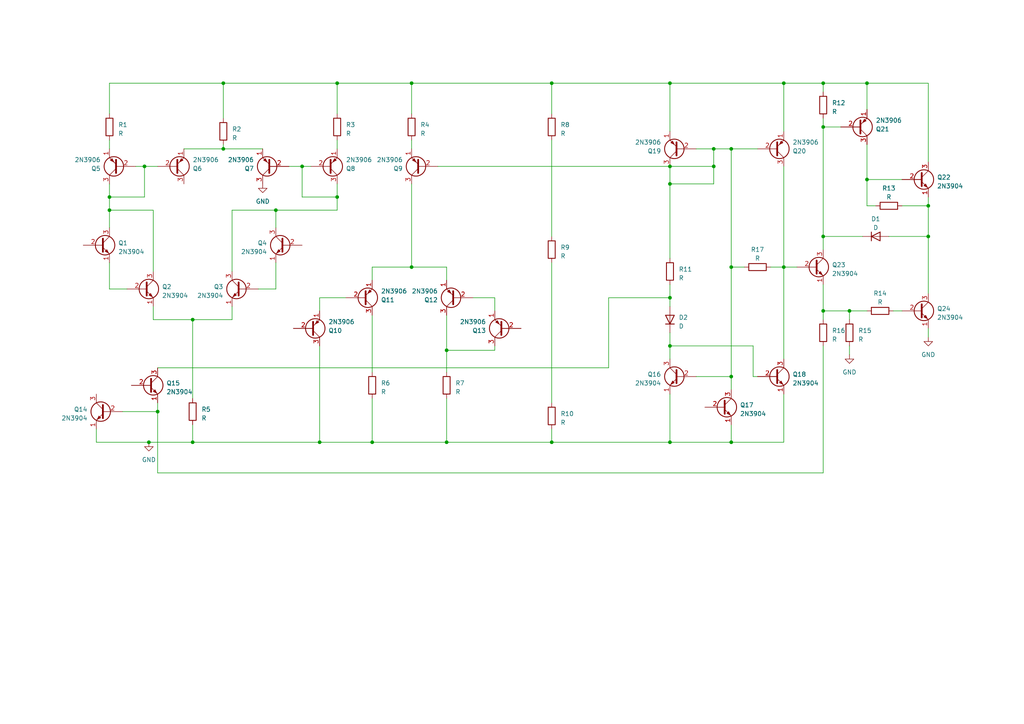
<source format=kicad_sch>
(kicad_sch (version 20230121) (generator eeschema)
  (paper "A4")
  (title_block (title "555 TIMER"))
  (lib_symbols
    (symbol "Device:D" (pin_numbers hide) (pin_names (offset 1.016) hide)
      (property "Reference" "D" (at 0 2.54 0))
      (property "Value" "D" (at 0 -2.54 0))
      (symbol "D_0_1"
        (polyline (pts (xy -1.27 1.27) (xy -1.27 -1.27)) (stroke (width 0.254)))
        (polyline (pts (xy 1.27 0) (xy -1.27 0)))
        (polyline (pts (xy 1.27 1.27) (xy 1.27 -1.27) (xy -1.27 0) (xy 1.27 1.27)) (stroke (width 0.254)))
      )
      (symbol "D_1_1"
        (pin passive line (at -3.81 0 0) (length 2.54) (name "K") (number "1"))
        (pin passive line (at 3.81 0 180) (length 2.54) (name "A") (number "2"))
      )
    )
    (symbol "Device:R" (pin_numbers hide) (pin_names (offset 0))
      (property "Reference" "R" (at 2.032 0 90))
      (property "Value" "R" (at 0 0 90))
      (symbol "R_0_1"
        (rectangle (start -1.016 -2.54) (end 1.016 2.54) (stroke (width 0.254)))
      )
      (symbol "R_1_1"
        (pin passive line (at 0 3.81 270) (length 1.27) (name "~") (number "1"))
        (pin passive line (at 0 -3.81 90) (length 1.27) (name "~") (number "2"))
      )
    )
    (symbol "Transistor_BJT:2N3904" (pin_names (offset 0) hide)
      (property "Reference" "Q" (at 5.08 1.905 0))
      (property "Value" "2N3904" (at 5.08 0 0))
      (symbol "2N3904_0_1"
        (polyline (pts (xy 0.635 0.635) (xy 2.54 2.54)))
        (polyline (pts (xy 0.635 -0.635) (xy 2.54 -2.54) (xy 2.54 -2.54)))
        (polyline (pts (xy 0.635 1.905) (xy 0.635 -1.905) (xy 0.635 -1.905)) (stroke (width 0.508)))
        (polyline (pts (xy 1.27 -1.778) (xy 1.778 -1.27) (xy 2.286 -2.286) (xy 1.27 -1.778) (xy 1.27 -1.778)) (fill (type outline)))
        (circle (center 1.27 0) (radius 2.8194) (stroke (width 0.254)))
      )
      (symbol "2N3904_1_1"
        (pin passive line (at 2.54 -5.08 90) (length 2.54) (name "E") (number "1"))
        (pin passive line (at -5.08 0 0) (length 5.715) (name "B") (number "2"))
        (pin passive line (at 2.54 5.08 270) (length 2.54) (name "C") (number "3"))
      )
    )
    (symbol "Transistor_BJT:2N3906" (pin_names (offset 0) hide)
      (property "Reference" "Q" (at 5.08 1.905 0))
      (property "Value" "2N3906" (at 5.08 0 0))
      (symbol "2N3906_0_1"
        (polyline (pts (xy 0.635 0.635) (xy 2.54 2.54)))
        (polyline (pts (xy 0.635 -0.635) (xy 2.54 -2.54) (xy 2.54 -2.54)))
        (polyline (pts (xy 0.635 1.905) (xy 0.635 -1.905) (xy 0.635 -1.905)) (stroke (width 0.508)))
        (polyline (pts (xy 2.286 -1.778) (xy 1.778 -2.286) (xy 1.27 -1.27) (xy 2.286 -1.778) (xy 2.286 -1.778)) (fill (type outline)))
        (circle (center 1.27 0) (radius 2.8194) (stroke (width 0.254)))
      )
      (symbol "2N3906_1_1"
        (pin passive line (at 2.54 -5.08 90) (length 2.54) (name "E") (number "1"))
        (pin input line (at -5.08 0 0) (length 5.715) (name "B") (number "2"))
        (pin passive line (at 2.54 5.08 270) (length 2.54) (name "C") (number "3"))
      )
    )
    (symbol "power:GND" (power) (pin_names (offset 0))
      (property "Value" "GND" (at 0 -3.81 0))
      (symbol "GND_0_1"
        (polyline (pts (xy 0 0) (xy 0 -1.27) (xy 1.27 -1.27) (xy 0 -2.54) (xy -1.27 -1.27) (xy 0 -1.27)))
      )
      (symbol "GND_1_1"
        (pin power_in line (at 0 0 270) (length 0) hide (name "GND") (number "1"))
      )
    )
  )
  (junction (at 160.02 128.27))
  (junction (at 212.09 128.27))
  (junction (at 92.71 128.27))
  (junction (at 119.38 77.47))
  (junction (at 43.18 128.27))
  (junction (at 269.24 68.58))
  (junction (at 87.63 48.26))
  (junction (at 41.91 48.26))
  (junction (at 212.09 43.18))
  (junction (at 119.38 24.13))
  (junction (at 207.01 48.26))
  (junction (at 107.95 128.27))
  (junction (at 269.24 59.69))
  (junction (at 238.76 36.83))
  (junction (at 238.76 90.17))
  (junction (at 194.31 53.34))
  (junction (at 246.38 90.17))
  (junction (at 227.33 77.47))
  (junction (at 212.09 77.47))
  (junction (at 64.77 24.13))
  (junction (at 194.31 48.26))
  (junction (at 80.01 60.96))
  (junction (at 194.31 100.33))
  (junction (at 31.75 60.96))
  (junction (at 31.75 57.15))
  (junction (at 55.88 92.71))
  (junction (at 45.72 119.38))
  (junction (at 97.79 24.13))
  (junction (at 194.31 24.13))
  (junction (at 129.54 101.6))
  (junction (at 251.46 24.13))
  (junction (at 97.79 57.15))
  (junction (at 194.31 86.36))
  (junction (at 194.31 128.27))
  (junction (at 64.77 43.18))
  (junction (at 129.54 128.27))
  (junction (at 238.76 68.58))
  (junction (at 160.02 24.13))
  (junction (at 227.33 24.13))
  (junction (at 251.46 52.07))
  (junction (at 55.88 128.27))
  (junction (at 238.76 24.13))
  (junction (at 212.09 109.22))
  (junction (at 207.01 43.18))
  (wire (pts (xy 92.71 86.36) (xy 100.33 86.36)))
  (wire (pts (xy 176.53 86.36) (xy 194.31 86.36)))
  (wire (pts (xy 129.54 77.47) (xy 129.54 81.28)))
  (wire (pts (xy 107.95 115.57) (xy 107.95 128.27)))
  (wire (pts (xy 74.93 83.82) (xy 80.01 83.82)))
  (wire (pts (xy 31.75 24.13) (xy 64.77 24.13)))
  (wire (pts (xy 269.24 46.99) (xy 269.24 24.13)))
  (wire (pts (xy 194.31 48.26) (xy 207.01 48.26)))
  (wire (pts (xy 194.31 96.52) (xy 194.31 100.33)))
  (wire (pts (xy 31.75 83.82) (xy 36.83 83.82)))
  (wire (pts (xy 87.63 48.26) (xy 90.17 48.26)))
  (wire (pts (xy 238.76 82.55) (xy 238.76 90.17)))
  (wire (pts (xy 212.09 77.47) (xy 212.09 109.22)))
  (wire (pts (xy 53.34 43.18) (xy 64.77 43.18)))
  (wire (pts (xy 143.51 101.6) (xy 129.54 101.6)))
  (wire (pts (xy 97.79 33.02) (xy 97.79 24.13)))
  (wire (pts (xy 87.63 57.15) (xy 97.79 57.15)))
  (wire (pts (xy 27.94 128.27) (xy 43.18 128.27)))
  (wire (pts (xy 194.31 114.3) (xy 194.31 128.27)))
  (wire (pts (xy 227.33 128.27) (xy 212.09 128.27)))
  (wire (pts (xy 246.38 92.71) (xy 246.38 90.17)))
  (wire (pts (xy 238.76 68.58) (xy 238.76 72.39)))
  (wire (pts (xy 64.77 41.91) (xy 64.77 43.18)))
  (wire (pts (xy 212.09 43.18) (xy 219.71 43.18)))
  (wire (pts (xy 45.72 137.16) (xy 45.72 119.38)))
  (wire (pts (xy 119.38 40.64) (xy 119.38 43.18)))
  (wire (pts (xy 160.02 40.64) (xy 160.02 68.58)))
  (wire (pts (xy 55.88 128.27) (xy 92.71 128.27)))
  (wire (pts (xy 80.01 83.82) (xy 80.01 76.2)))
  (wire (pts (xy 254 59.69) (xy 251.46 59.69)))
  (wire (pts (xy 129.54 128.27) (xy 160.02 128.27)))
  (wire (pts (xy 31.75 76.2) (xy 31.75 83.82)))
  (wire (pts (xy 194.31 38.1) (xy 194.31 24.13)))
  (wire (pts (xy 31.75 57.15) (xy 31.75 60.96)))
  (wire (pts (xy 67.31 88.9) (xy 67.31 92.71)))
  (wire (pts (xy 238.76 100.33) (xy 238.76 137.16)))
  (wire (pts (xy 44.45 88.9) (xy 44.45 92.71)))
  (wire (pts (xy 231.14 77.47) (xy 227.33 77.47)))
  (wire (pts (xy 194.31 53.34) (xy 207.01 53.34)))
  (wire (pts (xy 238.76 137.16) (xy 45.72 137.16)))
  (wire (pts (xy 160.02 76.2) (xy 160.02 116.84)))
  (wire (pts (xy 31.75 33.02) (xy 31.75 24.13)))
  (wire (pts (xy 194.31 100.33) (xy 194.31 104.14)))
  (wire (pts (xy 227.33 48.26) (xy 227.33 77.47)))
  (wire (pts (xy 243.84 36.83) (xy 238.76 36.83)))
  (wire (pts (xy 127 48.26) (xy 194.31 48.26)))
  (wire (pts (xy 227.33 38.1) (xy 227.33 24.13)))
  (wire (pts (xy 55.88 123.19) (xy 55.88 128.27)))
  (wire (pts (xy 194.31 24.13) (xy 227.33 24.13)))
  (wire (pts (xy 269.24 57.15) (xy 269.24 59.69)))
  (wire (pts (xy 44.45 60.96) (xy 44.45 78.74)))
  (wire (pts (xy 87.63 57.15) (xy 87.63 48.26)))
  (wire (pts (xy 207.01 43.18) (xy 212.09 43.18)))
  (wire (pts (xy 64.77 34.29) (xy 64.77 24.13)))
  (wire (pts (xy 41.91 57.15) (xy 31.75 57.15)))
  (wire (pts (xy 261.62 59.69) (xy 269.24 59.69)))
  (wire (pts (xy 92.71 100.33) (xy 92.71 128.27)))
  (wire (pts (xy 212.09 43.18) (xy 212.09 77.47)))
  (wire (pts (xy 269.24 24.13) (xy 251.46 24.13)))
  (wire (pts (xy 238.76 36.83) (xy 238.76 68.58)))
  (wire (pts (xy 251.46 52.07) (xy 251.46 41.91)))
  (wire (pts (xy 129.54 115.57) (xy 129.54 128.27)))
  (wire (pts (xy 31.75 60.96) (xy 31.75 66.04)))
  (wire (pts (xy 107.95 77.47) (xy 119.38 77.47)))
  (wire (pts (xy 143.51 86.36) (xy 143.51 90.17)))
  (wire (pts (xy 129.54 101.6) (xy 129.54 107.95)))
  (wire (pts (xy 269.24 95.25) (xy 269.24 97.79)))
  (wire (pts (xy 67.31 60.96) (xy 80.01 60.96)))
  (wire (pts (xy 218.44 100.33) (xy 194.31 100.33)))
  (wire (pts (xy 80.01 60.96) (xy 80.01 66.04)))
  (wire (pts (xy 259.08 90.17) (xy 261.62 90.17)))
  (wire (pts (xy 64.77 43.18) (xy 76.2 43.18)))
  (wire (pts (xy 238.76 90.17) (xy 246.38 90.17)))
  (wire (pts (xy 251.46 59.69) (xy 251.46 52.07)))
  (wire (pts (xy 45.72 119.38) (xy 35.56 119.38)))
  (wire (pts (xy 55.88 92.71) (xy 67.31 92.71)))
  (wire (pts (xy 97.79 57.15) (xy 97.79 60.96)))
  (wire (pts (xy 194.31 48.26) (xy 194.31 53.34)))
  (wire (pts (xy 223.52 77.47) (xy 227.33 77.47)))
  (wire (pts (xy 227.33 114.3) (xy 227.33 128.27)))
  (wire (pts (xy 160.02 128.27) (xy 194.31 128.27)))
  (wire (pts (xy 227.33 24.13) (xy 238.76 24.13)))
  (wire (pts (xy 207.01 48.26) (xy 207.01 43.18)))
  (wire (pts (xy 119.38 33.02) (xy 119.38 24.13)))
  (wire (pts (xy 160.02 24.13) (xy 160.02 33.02)))
  (wire (pts (xy 97.79 53.34) (xy 97.79 57.15)))
  (wire (pts (xy 238.76 90.17) (xy 238.76 92.71)))
  (wire (pts (xy 215.9 77.47) (xy 212.09 77.47)))
  (wire (pts (xy 92.71 90.17) (xy 92.71 86.36)))
  (wire (pts (xy 238.76 34.29) (xy 238.76 36.83)))
  (wire (pts (xy 67.31 78.74) (xy 67.31 60.96)))
  (wire (pts (xy 269.24 59.69) (xy 269.24 68.58)))
  (wire (pts (xy 44.45 92.71) (xy 55.88 92.71)))
  (wire (pts (xy 45.72 106.68) (xy 176.53 106.68)))
  (wire (pts (xy 194.31 53.34) (xy 194.31 74.93)))
  (wire (pts (xy 119.38 53.34) (xy 119.38 77.47)))
  (wire (pts (xy 269.24 68.58) (xy 269.24 85.09)))
  (wire (pts (xy 246.38 100.33) (xy 246.38 102.87)))
  (wire (pts (xy 107.95 81.28) (xy 107.95 77.47)))
  (wire (pts (xy 261.62 52.07) (xy 251.46 52.07)))
  (wire (pts (xy 64.77 24.13) (xy 97.79 24.13)))
  (wire (pts (xy 194.31 82.55) (xy 194.31 86.36)))
  (wire (pts (xy 44.45 60.96) (xy 31.75 60.96)))
  (wire (pts (xy 97.79 24.13) (xy 119.38 24.13)))
  (wire (pts (xy 83.82 48.26) (xy 87.63 48.26)))
  (wire (pts (xy 39.37 48.26) (xy 41.91 48.26)))
  (wire (pts (xy 212.09 123.19) (xy 212.09 128.27)))
  (wire (pts (xy 194.31 86.36) (xy 194.31 88.9)))
  (wire (pts (xy 160.02 24.13) (xy 194.31 24.13)))
  (wire (pts (xy 45.72 116.84) (xy 45.72 119.38)))
  (wire (pts (xy 119.38 24.13) (xy 160.02 24.13)))
  (wire (pts (xy 137.16 86.36) (xy 143.51 86.36)))
  (wire (pts (xy 238.76 24.13) (xy 238.76 26.67)))
  (wire (pts (xy 43.18 128.27) (xy 55.88 128.27)))
  (wire (pts (xy 201.93 109.22) (xy 212.09 109.22)))
  (wire (pts (xy 31.75 40.64) (xy 31.75 43.18)))
  (wire (pts (xy 107.95 91.44) (xy 107.95 107.95)))
  (wire (pts (xy 107.95 128.27) (xy 129.54 128.27)))
  (wire (pts (xy 143.51 101.6) (xy 143.51 100.33)))
  (wire (pts (xy 201.93 43.18) (xy 207.01 43.18)))
  (wire (pts (xy 41.91 48.26) (xy 41.91 57.15)))
  (wire (pts (xy 55.88 92.71) (xy 55.88 115.57)))
  (wire (pts (xy 207.01 53.34) (xy 207.01 48.26)))
  (wire (pts (xy 227.33 77.47) (xy 227.33 104.14)))
  (wire (pts (xy 97.79 60.96) (xy 80.01 60.96)))
  (wire (pts (xy 194.31 128.27) (xy 212.09 128.27)))
  (wire (pts (xy 41.91 48.26) (xy 45.72 48.26)))
  (wire (pts (xy 238.76 68.58) (xy 250.19 68.58)))
  (wire (pts (xy 31.75 53.34) (xy 31.75 57.15)))
  (wire (pts (xy 212.09 113.03) (xy 212.09 109.22)))
  (wire (pts (xy 160.02 124.46) (xy 160.02 128.27)))
  (wire (pts (xy 92.71 128.27) (xy 107.95 128.27)))
  (wire (pts (xy 257.81 68.58) (xy 269.24 68.58)))
  (wire (pts (xy 27.94 124.46) (xy 27.94 128.27)))
  (wire (pts (xy 251.46 24.13) (xy 238.76 24.13)))
  (wire (pts (xy 219.71 109.22) (xy 218.44 109.22)))
  (wire (pts (xy 119.38 77.47) (xy 129.54 77.47)))
  (wire (pts (xy 176.53 106.68) (xy 176.53 86.36)))
  (wire (pts (xy 218.44 109.22) (xy 218.44 100.33)))
  (wire (pts (xy 251.46 24.13) (xy 251.46 31.75)))
  (wire (pts (xy 129.54 91.44) (xy 129.54 101.6)))
  (wire (pts (xy 246.38 90.17) (xy 251.46 90.17)))
  (wire (pts (xy 97.79 40.64) (xy 97.79 43.18)))
  (symbol (lib_id "Device:R") (at 255.27 90.17 90) (unit 1)
    (property "Reference" "R14" (at 255.27 85.09 90))
    (property "Value" "R" (at 255.27 87.63 90))
  )
  (symbol (lib_id "Transistor_BJT:2N3904") (at 209.55 118.11 0) (unit 1)
    (property "Reference" "Q17" (at 214.63 117.475 0) (effects (justify left)))
    (property "Value" "2N3904" (at 214.63 120.015 0) (effects (justify left)))
    (property "Footprint" "Package_TO_SOT_THT:TO-92_Inline" (effects hide))
    (property "Datasheet" "https://www.onsemi.com/pub/Collateral/2N3903-D.PDF" (effects hide))
  )
  (symbol (lib_id "Transistor_BJT:2N3906") (at 132.08 86.36 180) (unit 1)
    (property "Reference" "Q12" (at 127 86.995 0) (effects (justify left)))
    (property "Value" "2N3906" (at 127 84.455 0) (effects (justify left)))
    (property "Footprint" "Package_TO_SOT_THT:TO-92_Inline" (effects hide))
    (property "Datasheet" "https://www.onsemi.com/pub/Collateral/2N3906-D.PDF" (effects hide))
  )
  (symbol (lib_id "Device:R") (at 129.54 111.76 0) (unit 1)
    (property "Reference" "R7" (at 132.08 111.125 0) (effects (justify left)))
    (property "Value" "R" (at 132.08 113.665 0) (effects (justify left)))
  )
  (symbol (lib_id "Transistor_BJT:2N3904") (at 236.22 77.47 0) (unit 1)
    (property "Reference" "Q23" (at 241.3 76.835 0) (effects (justify left)))
    (property "Value" "2N3904" (at 241.3 79.375 0) (effects (justify left)))
    (property "Footprint" "Package_TO_SOT_THT:TO-92_Inline" (effects hide))
    (property "Datasheet" "https://www.onsemi.com/pub/Collateral/2N3903-D.PDF" (effects hide))
  )
  (symbol (lib_id "Device:R") (at 31.75 36.83 0) (unit 1)
    (property "Reference" "R1" (at 34.29 36.195 0) (effects (justify left)))
    (property "Value" "R" (at 34.29 38.735 0) (effects (justify left)))
  )
  (symbol (lib_id "Transistor_BJT:2N3904") (at 224.79 109.22 0) (unit 1)
    (property "Reference" "Q18" (at 229.87 108.585 0) (effects (justify left)))
    (property "Value" "2N3904" (at 229.87 111.125 0) (effects (justify left)))
    (property "Footprint" "Package_TO_SOT_THT:TO-92_Inline" (effects hide))
    (property "Datasheet" "https://www.onsemi.com/pub/Collateral/2N3903-D.PDF" (effects hide))
  )
  (symbol (lib_id "power:GND") (at 76.2 53.34 0) (unit 1)
    (property "Reference" "#PWR02" (effects hide))
    (property "Value" "GND" (at 76.2 58.42 0))
  )
  (symbol (lib_id "Device:R") (at 107.95 111.76 0) (unit 1)
    (property "Reference" "R6" (at 110.49 111.125 0) (effects (justify left)))
    (property "Value" "R" (at 110.49 113.665 0) (effects (justify left)))
  )
  (symbol (lib_id "Transistor_BJT:2N3904") (at 43.18 111.76 0) (unit 1)
    (property "Reference" "Q15" (at 48.26 111.125 0) (effects (justify left)))
    (property "Value" "2N3904" (at 48.26 113.665 0) (effects (justify left)))
    (property "Footprint" "Package_TO_SOT_THT:TO-92_Inline" (effects hide))
    (property "Datasheet" "https://www.onsemi.com/pub/Collateral/2N3903-D.PDF" (effects hide))
  )
  (symbol (lib_id "Device:R") (at 246.38 96.52 0) (unit 1)
    (property "Reference" "R15" (at 248.92 95.885 0) (effects (justify left)))
    (property "Value" "R" (at 248.92 98.425 0) (effects (justify left)))
  )
  (symbol (lib_id "Transistor_BJT:2N3904") (at 82.55 71.12 0) (mirror y) (unit 1)
    (property "Reference" "Q4" (at 77.47 70.485 0) (effects (justify left)))
    (property "Value" "2N3904" (at 77.47 73.025 0) (effects (justify left)))
    (property "Footprint" "Package_TO_SOT_THT:TO-92_Inline" (effects hide))
    (property "Datasheet" "https://www.onsemi.com/pub/Collateral/2N3903-D.PDF" (effects hide))
  )
  (symbol (lib_id "Device:R") (at 97.79 36.83 0) (unit 1)
    (property "Reference" "R3" (at 100.33 36.195 0) (effects (justify left)))
    (property "Value" "R" (at 100.33 38.735 0) (effects (justify left)))
  )
  (symbol (lib_id "Transistor_BJT:2N3906") (at 196.85 43.18 180) (unit 1)
    (property "Reference" "Q19" (at 191.77 43.815 0) (effects (justify left)))
    (property "Value" "2N3906" (at 191.77 41.275 0) (effects (justify left)))
    (property "Footprint" "Package_TO_SOT_THT:TO-92_Inline" (effects hide))
    (property "Datasheet" "https://www.onsemi.com/pub/Collateral/2N3906-D.PDF" (effects hide))
  )
  (symbol (lib_id "Transistor_BJT:2N3904") (at 196.85 109.22 0) (mirror y) (unit 1)
    (property "Reference" "Q16" (at 191.77 108.585 0) (effects (justify left)))
    (property "Value" "2N3904" (at 191.77 111.125 0) (effects (justify left)))
    (property "Footprint" "Package_TO_SOT_THT:TO-92_Inline" (effects hide))
    (property "Datasheet" "https://www.onsemi.com/pub/Collateral/2N3903-D.PDF" (effects hide))
  )
  (symbol (lib_id "Device:R") (at 160.02 36.83 0) (unit 1)
    (property "Reference" "R8" (at 162.56 36.195 0) (effects (justify left)))
    (property "Value" "R" (at 162.56 38.735 0) (effects (justify left)))
  )
  (symbol (lib_id "Device:R") (at 238.76 96.52 0) (unit 1)
    (property "Reference" "R16" (at 241.3 95.885 0) (effects (justify left)))
    (property "Value" "R" (at 241.3 98.425 0) (effects (justify left)))
  )
  (symbol (lib_id "power:GND") (at 246.38 102.87 0) (unit 1)
    (property "Reference" "#PWR04" (effects hide))
    (property "Value" "GND" (at 246.38 107.95 0))
  )
  (symbol (lib_id "Transistor_BJT:2N3906") (at 90.17 95.25 0) (mirror x) (unit 1)
    (property "Reference" "Q10" (at 95.25 95.885 0) (effects (justify left)))
    (property "Value" "2N3906" (at 95.25 93.345 0) (effects (justify left)))
    (property "Footprint" "Package_TO_SOT_THT:TO-92_Inline" (effects hide))
    (property "Datasheet" "https://www.onsemi.com/pub/Collateral/2N3906-D.PDF" (effects hide))
  )
  (symbol (lib_id "Device:D") (at 254 68.58 0) (unit 1)
    (property "Reference" "D1" (at 254 63.5 0))
    (property "Value" "D" (at 254 66.04 0))
    (property "Sim.Device" "D" (effects hide))
    (property "Sim.Pins" "1=K 2=A" (effects hide))
  )
  (symbol (lib_id "Device:R") (at 238.76 30.48 0) (unit 1)
    (property "Reference" "R12" (at 241.3 29.845 0) (effects (justify left)))
    (property "Value" "R" (at 241.3 32.385 0) (effects (justify left)))
  )
  (symbol (lib_id "Transistor_BJT:2N3906") (at 121.92 48.26 180) (unit 1)
    (property "Reference" "Q9" (at 116.84 48.895 0) (effects (justify left)))
    (property "Value" "2N3906" (at 116.84 46.355 0) (effects (justify left)))
    (property "Footprint" "Package_TO_SOT_THT:TO-92_Inline" (effects hide))
    (property "Datasheet" "https://www.onsemi.com/pub/Collateral/2N3906-D.PDF" (effects hide))
  )
  (symbol (lib_id "Device:R") (at 64.77 38.1 0) (unit 1)
    (property "Reference" "R2" (at 67.31 37.465 0) (effects (justify left)))
    (property "Value" "R" (at 67.31 40.005 0) (effects (justify left)))
  )
  (symbol (lib_id "Device:R") (at 219.71 77.47 90) (unit 1)
    (property "Reference" "R17" (at 219.71 72.39 90))
    (property "Value" "R" (at 219.71 74.93 90))
  )
  (symbol (lib_id "Device:R") (at 119.38 36.83 0) (unit 1)
    (property "Reference" "R4" (at 121.92 36.195 0) (effects (justify left)))
    (property "Value" "R" (at 121.92 38.735 0) (effects (justify left)))
  )
  (symbol (lib_id "Device:D") (at 194.31 92.71 90) (unit 1)
    (property "Reference" "D2" (at 196.85 92.075 90) (effects (justify right)))
    (property "Value" "D" (at 196.85 94.615 90) (effects (justify right)))
    (property "Sim.Device" "D" (effects hide))
    (property "Sim.Pins" "1=K 2=A" (effects hide))
  )
  (symbol (lib_id "Transistor_BJT:2N3904") (at 29.21 71.12 0) (unit 1)
    (property "Reference" "Q1" (at 34.29 70.485 0) (effects (justify left)))
    (property "Value" "2N3904" (at 34.29 73.025 0) (effects (justify left)))
    (property "Footprint" "Package_TO_SOT_THT:TO-92_Inline" (effects hide))
    (property "Datasheet" "https://www.onsemi.com/pub/Collateral/2N3903-D.PDF" (effects hide))
  )
  (symbol (lib_id "power:GND") (at 43.18 128.27 0) (unit 1)
    (property "Reference" "#PWR01" (effects hide))
    (property "Value" "GND" (at 43.18 133.35 0))
  )
  (symbol (lib_id "Transistor_BJT:2N3904") (at 30.48 119.38 0) (mirror y) (unit 1)
    (property "Reference" "Q14" (at 25.4 118.745 0) (effects (justify left)))
    (property "Value" "2N3904" (at 25.4 121.285 0) (effects (justify left)))
    (property "Footprint" "Package_TO_SOT_THT:TO-92_Inline" (effects hide))
    (property "Datasheet" "https://www.onsemi.com/pub/Collateral/2N3903-D.PDF" (effects hide))
  )
  (symbol (lib_id "Transistor_BJT:2N3906") (at 248.92 36.83 0) (mirror x) (unit 1)
    (property "Reference" "Q21" (at 254 37.465 0) (effects (justify left)))
    (property "Value" "2N3906" (at 254 34.925 0) (effects (justify left)))
    (property "Footprint" "Package_TO_SOT_THT:TO-92_Inline" (effects hide))
    (property "Datasheet" "https://www.onsemi.com/pub/Collateral/2N3906-D.PDF" (effects hide))
  )
  (symbol (lib_id "Transistor_BJT:2N3904") (at 266.7 52.07 0) (unit 1)
    (property "Reference" "Q22" (at 271.78 51.435 0) (effects (justify left)))
    (property "Value" "2N3904" (at 271.78 53.975 0) (effects (justify left)))
    (property "Footprint" "Package_TO_SOT_THT:TO-92_Inline" (effects hide))
    (property "Datasheet" "https://www.onsemi.com/pub/Collateral/2N3903-D.PDF" (effects hide))
  )
  (symbol (lib_id "Transistor_BJT:2N3906") (at 50.8 48.26 0) (mirror x) (unit 1)
    (property "Reference" "Q6" (at 55.88 48.895 0) (effects (justify left)))
    (property "Value" "2N3906" (at 55.88 46.355 0) (effects (justify left)))
    (property "Footprint" "Package_TO_SOT_THT:TO-92_Inline" (effects hide))
    (property "Datasheet" "https://www.onsemi.com/pub/Collateral/2N3906-D.PDF" (effects hide))
  )
  (symbol (lib_id "Transistor_BJT:2N3906") (at 34.29 48.26 180) (unit 1)
    (property "Reference" "Q5" (at 29.21 48.895 0) (effects (justify left)))
    (property "Value" "2N3906" (at 29.21 46.355 0) (effects (justify left)))
    (property "Footprint" "Package_TO_SOT_THT:TO-92_Inline" (effects hide))
    (property "Datasheet" "https://www.onsemi.com/pub/Collateral/2N3906-D.PDF" (effects hide))
  )
  (symbol (lib_id "Transistor_BJT:2N3906") (at 105.41 86.36 0) (mirror x) (unit 1)
    (property "Reference" "Q11" (at 110.49 86.995 0) (effects (justify left)))
    (property "Value" "2N3906" (at 110.49 84.455 0) (effects (justify left)))
    (property "Footprint" "Package_TO_SOT_THT:TO-92_Inline" (effects hide))
    (property "Datasheet" "https://www.onsemi.com/pub/Collateral/2N3906-D.PDF" (effects hide))
  )
  (symbol (lib_id "Device:R") (at 55.88 119.38 0) (unit 1)
    (property "Reference" "R5" (at 58.42 118.745 0) (effects (justify left)))
    (property "Value" "R" (at 58.42 121.285 0) (effects (justify left)))
  )
  (symbol (lib_id "Transistor_BJT:2N3906") (at 146.05 95.25 180) (unit 1)
    (property "Reference" "Q13" (at 140.97 95.885 0) (effects (justify left)))
    (property "Value" "2N3906" (at 140.97 93.345 0) (effects (justify left)))
    (property "Footprint" "Package_TO_SOT_THT:TO-92_Inline" (effects hide))
    (property "Datasheet" "https://www.onsemi.com/pub/Collateral/2N3906-D.PDF" (effects hide))
  )
  (symbol (lib_id "Transistor_BJT:2N3904") (at 41.91 83.82 0) (unit 1)
    (property "Reference" "Q2" (at 46.99 83.185 0) (effects (justify left)))
    (property "Value" "2N3904" (at 46.99 85.725 0) (effects (justify left)))
    (property "Footprint" "Package_TO_SOT_THT:TO-92_Inline" (effects hide))
    (property "Datasheet" "https://www.onsemi.com/pub/Collateral/2N3903-D.PDF" (effects hide))
  )
  (symbol (lib_id "Device:R") (at 257.81 59.69 90) (unit 1)
    (property "Reference" "R13" (at 257.81 54.61 90))
    (property "Value" "R" (at 257.81 57.15 90))
  )
  (symbol (lib_id "power:GND") (at 269.24 97.79 0) (unit 1)
    (property "Reference" "#PWR03" (effects hide))
    (property "Value" "GND" (at 269.24 102.87 0))
  )
  (symbol (lib_id "Device:R") (at 160.02 72.39 0) (unit 1)
    (property "Reference" "R9" (at 162.56 71.755 0) (effects (justify left)))
    (property "Value" "R" (at 162.56 74.295 0) (effects (justify left)))
  )
  (symbol (lib_id "Transistor_BJT:2N3906") (at 95.25 48.26 0) (mirror x) (unit 1)
    (property "Reference" "Q8" (at 100.33 48.895 0) (effects (justify left)))
    (property "Value" "2N3906" (at 100.33 46.355 0) (effects (justify left)))
    (property "Footprint" "Package_TO_SOT_THT:TO-92_Inline" (effects hide))
    (property "Datasheet" "https://www.onsemi.com/pub/Collateral/2N3906-D.PDF" (effects hide))
  )
  (symbol (lib_id "Transistor_BJT:2N3904") (at 69.85 83.82 0) (mirror y) (unit 1)
    (property "Reference" "Q3" (at 64.77 83.185 0) (effects (justify left)))
    (property "Value" "2N3904" (at 64.77 85.725 0) (effects (justify left)))
    (property "Footprint" "Package_TO_SOT_THT:TO-92_Inline" (effects hide))
    (property "Datasheet" "https://www.onsemi.com/pub/Collateral/2N3903-D.PDF" (effects hide))
  )
  (symbol (lib_id "Transistor_BJT:2N3906") (at 224.79 43.18 0) (mirror x) (unit 1)
    (property "Reference" "Q20" (at 229.87 43.815 0) (effects (justify left)))
    (property "Value" "2N3906" (at 229.87 41.275 0) (effects (justify left)))
    (property "Footprint" "Package_TO_SOT_THT:TO-92_Inline" (effects hide))
    (property "Datasheet" "https://www.onsemi.com/pub/Collateral/2N3906-D.PDF" (effects hide))
  )
  (symbol (lib_id "Device:R") (at 160.02 120.65 0) (unit 1)
    (property "Reference" "R10" (at 162.56 120.015 0) (effects (justify left)))
    (property "Value" "R" (at 162.56 122.555 0) (effects (justify left)))
  )
  (symbol (lib_id "Device:R") (at 194.31 78.74 0) (unit 1)
    (property "Reference" "R11" (at 196.85 78.105 0) (effects (justify left)))
    (property "Value" "R" (at 196.85 80.645 0) (effects (justify left)))
  )
  (symbol (lib_id "Transistor_BJT:2N3906") (at 78.74 48.26 180) (unit 1)
    (property "Reference" "Q7" (at 73.66 48.895 0) (effects (justify left)))
    (property "Value" "2N3906" (at 73.66 46.355 0) (effects (justify left)))
    (property "Footprint" "Package_TO_SOT_THT:TO-92_Inline" (effects hide))
    (property "Datasheet" "https://www.onsemi.com/pub/Collateral/2N3906-D.PDF" (effects hide))
  )
  (symbol (lib_id "Transistor_BJT:2N3904") (at 266.7 90.17 0) (unit 1)
    (property "Reference" "Q24" (at 271.78 89.535 0) (effects (justify left)))
    (property "Value" "2N3904" (at 271.78 92.075 0) (effects (justify left)))
    (property "Footprint" "Package_TO_SOT_THT:TO-92_Inline" (effects hide))
    (property "Datasheet" "https://www.onsemi.com/pub/Collateral/2N3903-D.PDF" (effects hide))
  )
)
</source>
